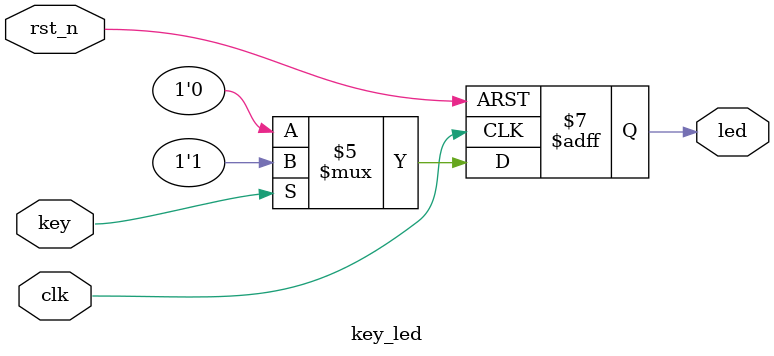
<source format=v>
module key_led(rst_n, clk, key, led);
	input			rst_n;
	input			clk;
	input			key;
	output reg	led;
	
	always @ (posedge clk, negedge rst_n)
	begin
		if(!rst_n)		led <= 1'b1;
		else if(!key)	led <= 1'b0;
		else 				led <= 1'b1;
	end
endmodule
</source>
